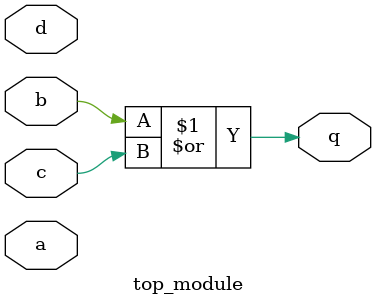
<source format=v>
module top_module (
    input a,
    input b,
    input c,
    input d,
    output q );//

    assign q = b|c; // Fix me
endmodule

</source>
